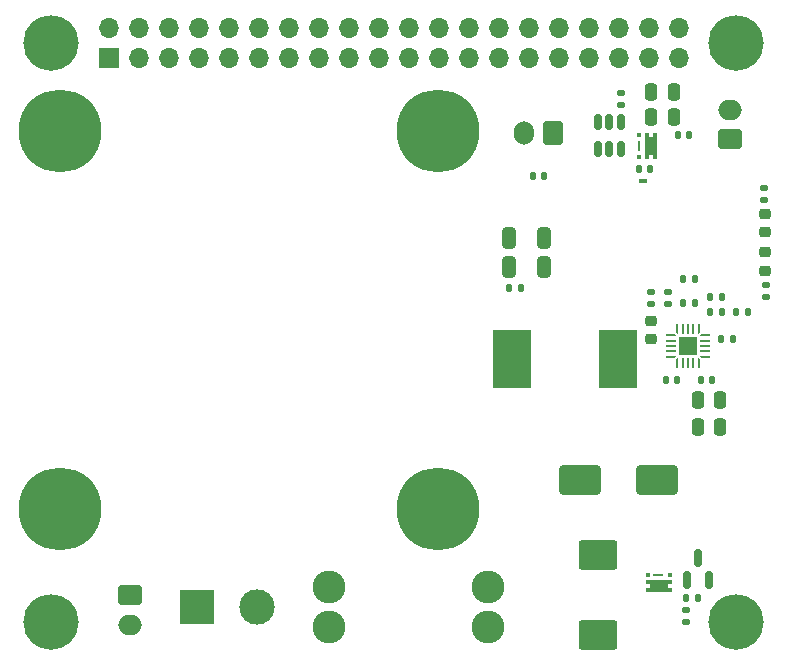
<source format=gbr>
%TF.GenerationSoftware,KiCad,Pcbnew,7.0.10*%
%TF.CreationDate,2024-02-02T17:20:01-06:00*%
%TF.ProjectId,ElectriPi,456c6563-7472-4695-9069-2e6b69636164,rev?*%
%TF.SameCoordinates,Original*%
%TF.FileFunction,Soldermask,Top*%
%TF.FilePolarity,Negative*%
%FSLAX46Y46*%
G04 Gerber Fmt 4.6, Leading zero omitted, Abs format (unit mm)*
G04 Created by KiCad (PCBNEW 7.0.10) date 2024-02-02 17:20:02*
%MOMM*%
%LPD*%
G01*
G04 APERTURE LIST*
G04 Aperture macros list*
%AMRoundRect*
0 Rectangle with rounded corners*
0 $1 Rounding radius*
0 $2 $3 $4 $5 $6 $7 $8 $9 X,Y pos of 4 corners*
0 Add a 4 corners polygon primitive as box body*
4,1,4,$2,$3,$4,$5,$6,$7,$8,$9,$2,$3,0*
0 Add four circle primitives for the rounded corners*
1,1,$1+$1,$2,$3*
1,1,$1+$1,$4,$5*
1,1,$1+$1,$6,$7*
1,1,$1+$1,$8,$9*
0 Add four rect primitives between the rounded corners*
20,1,$1+$1,$2,$3,$4,$5,0*
20,1,$1+$1,$4,$5,$6,$7,0*
20,1,$1+$1,$6,$7,$8,$9,0*
20,1,$1+$1,$8,$9,$2,$3,0*%
%AMFreePoly0*
4,1,15,1.100000,0.175000,0.750000,0.175000,0.750000,-0.175000,1.100000,-0.175000,1.100000,-0.475000,0.750000,-0.475000,-0.750000,-0.475000,-1.100000,-0.475000,-1.100000,-0.175000,-0.750000,-0.175000,-0.750000,0.175000,-1.100000,0.175000,-1.100000,0.475000,1.100000,0.475000,1.100000,0.175000,1.100000,0.175000,$1*%
%AMFreePoly1*
4,1,14,0.289644,0.110355,0.410355,-0.010356,0.425000,-0.045711,0.425000,-0.075000,0.410355,-0.110355,0.375000,-0.125000,-0.375000,-0.125000,-0.410355,-0.110355,-0.425000,-0.075000,-0.425000,0.075000,-0.410355,0.110355,-0.375000,0.125000,0.254289,0.125000,0.289644,0.110355,0.289644,0.110355,$1*%
%AMFreePoly2*
4,1,14,0.410355,0.110355,0.425000,0.075000,0.425000,0.045711,0.410355,0.010356,0.289644,-0.110355,0.254289,-0.125000,-0.375000,-0.125000,-0.410355,-0.110355,-0.425000,-0.075000,-0.425000,0.075000,-0.410355,0.110355,-0.375000,0.125000,0.375000,0.125000,0.410355,0.110355,0.410355,0.110355,$1*%
%AMFreePoly3*
4,1,14,0.110355,0.410355,0.125000,0.375000,0.125000,-0.375000,0.110355,-0.410355,0.075000,-0.425000,-0.075000,-0.425000,-0.110355,-0.410355,-0.125000,-0.375000,-0.125000,0.254289,-0.110355,0.289644,0.010356,0.410355,0.045711,0.425000,0.075000,0.425000,0.110355,0.410355,0.110355,0.410355,$1*%
%AMFreePoly4*
4,1,14,-0.010356,0.410355,0.110355,0.289644,0.125000,0.254289,0.125000,-0.375000,0.110355,-0.410355,0.075000,-0.425000,-0.075000,-0.425000,-0.110355,-0.410355,-0.125000,-0.375000,-0.125000,0.375000,-0.110355,0.410355,-0.075000,0.425000,-0.045711,0.425000,-0.010356,0.410355,-0.010356,0.410355,$1*%
%AMFreePoly5*
4,1,14,0.410355,0.110355,0.425000,0.075000,0.425000,-0.075000,0.410355,-0.110355,0.375000,-0.125000,-0.254289,-0.125000,-0.289644,-0.110355,-0.410355,0.010356,-0.425000,0.045711,-0.425000,0.075000,-0.410355,0.110355,-0.375000,0.125000,0.375000,0.125000,0.410355,0.110355,0.410355,0.110355,$1*%
%AMFreePoly6*
4,1,14,0.410355,0.110355,0.425000,0.075000,0.425000,-0.075000,0.410355,-0.110355,0.375000,-0.125000,-0.375000,-0.125000,-0.410355,-0.110355,-0.425000,-0.075000,-0.425000,-0.045711,-0.410355,-0.010356,-0.289644,0.110355,-0.254289,0.125000,0.375000,0.125000,0.410355,0.110355,0.410355,0.110355,$1*%
%AMFreePoly7*
4,1,14,0.110355,0.410355,0.125000,0.375000,0.125000,-0.254289,0.110355,-0.289644,-0.010356,-0.410355,-0.045711,-0.425000,-0.075000,-0.425000,-0.110355,-0.410355,-0.125000,-0.375000,-0.125000,0.375000,-0.110355,0.410355,-0.075000,0.425000,0.075000,0.425000,0.110355,0.410355,0.110355,0.410355,$1*%
%AMFreePoly8*
4,1,14,0.110355,0.410355,0.125000,0.375000,0.125000,-0.375000,0.110355,-0.410355,0.075000,-0.425000,0.045711,-0.425000,0.010356,-0.410355,-0.110355,-0.289644,-0.125000,-0.254289,-0.125000,0.375000,-0.110355,0.410355,-0.075000,0.425000,0.075000,0.425000,0.110355,0.410355,0.110355,0.410355,$1*%
G04 Aperture macros list end*
%ADD10RoundRect,0.250000X0.750000X-0.600000X0.750000X0.600000X-0.750000X0.600000X-0.750000X-0.600000X0*%
%ADD11O,2.000000X1.700000*%
%ADD12RoundRect,0.135000X-0.135000X-0.185000X0.135000X-0.185000X0.135000X0.185000X-0.135000X0.185000X0*%
%ADD13RoundRect,0.250000X-0.250000X-0.475000X0.250000X-0.475000X0.250000X0.475000X-0.250000X0.475000X0*%
%ADD14RoundRect,0.150000X0.150000X-0.587500X0.150000X0.587500X-0.150000X0.587500X-0.150000X-0.587500X0*%
%ADD15RoundRect,0.140000X-0.170000X0.140000X-0.170000X-0.140000X0.170000X-0.140000X0.170000X0.140000X0*%
%ADD16RoundRect,0.140000X0.140000X0.170000X-0.140000X0.170000X-0.140000X-0.170000X0.140000X-0.170000X0*%
%ADD17FreePoly0,270.000000*%
%ADD18R,0.300000X0.350000*%
%ADD19R,0.235000X0.870000*%
%ADD20RoundRect,0.135000X0.135000X0.185000X-0.135000X0.185000X-0.135000X-0.185000X0.135000X-0.185000X0*%
%ADD21C,4.700000*%
%ADD22RoundRect,0.140000X-0.140000X-0.170000X0.140000X-0.170000X0.140000X0.170000X-0.140000X0.170000X0*%
%ADD23RoundRect,0.050000X-0.100000X0.140000X-0.100000X-0.140000X0.100000X-0.140000X0.100000X0.140000X0*%
%ADD24RoundRect,0.250000X-0.750000X0.600000X-0.750000X-0.600000X0.750000X-0.600000X0.750000X0.600000X0*%
%ADD25R,3.000000X3.000000*%
%ADD26C,3.000000*%
%ADD27RoundRect,0.225000X0.250000X-0.225000X0.250000X0.225000X-0.250000X0.225000X-0.250000X-0.225000X0*%
%ADD28RoundRect,0.250000X0.325000X0.650000X-0.325000X0.650000X-0.325000X-0.650000X0.325000X-0.650000X0*%
%ADD29FreePoly0,180.000000*%
%ADD30R,0.350000X0.300000*%
%ADD31R,0.870000X0.235000*%
%ADD32RoundRect,0.135000X0.185000X-0.135000X0.185000X0.135000X-0.185000X0.135000X-0.185000X-0.135000X0*%
%ADD33RoundRect,0.250000X-1.400000X-1.000000X1.400000X-1.000000X1.400000X1.000000X-1.400000X1.000000X0*%
%ADD34FreePoly1,90.000000*%
%ADD35RoundRect,0.062500X0.062500X-0.362500X0.062500X0.362500X-0.062500X0.362500X-0.062500X-0.362500X0*%
%ADD36FreePoly2,90.000000*%
%ADD37FreePoly3,90.000000*%
%ADD38RoundRect,0.062500X0.362500X-0.062500X0.362500X0.062500X-0.362500X0.062500X-0.362500X-0.062500X0*%
%ADD39FreePoly4,90.000000*%
%ADD40FreePoly5,90.000000*%
%ADD41FreePoly6,90.000000*%
%ADD42FreePoly7,90.000000*%
%ADD43FreePoly8,90.000000*%
%ADD44R,1.600000X1.600000*%
%ADD45RoundRect,0.150000X-0.150000X0.512500X-0.150000X-0.512500X0.150000X-0.512500X0.150000X0.512500X0*%
%ADD46C,2.780000*%
%ADD47RoundRect,0.250000X1.500000X1.000000X-1.500000X1.000000X-1.500000X-1.000000X1.500000X-1.000000X0*%
%ADD48RoundRect,0.250000X0.600000X0.750000X-0.600000X0.750000X-0.600000X-0.750000X0.600000X-0.750000X0*%
%ADD49O,1.700000X2.000000*%
%ADD50RoundRect,0.135000X-0.185000X0.135000X-0.185000X-0.135000X0.185000X-0.135000X0.185000X0.135000X0*%
%ADD51RoundRect,0.218750X-0.256250X0.218750X-0.256250X-0.218750X0.256250X-0.218750X0.256250X0.218750X0*%
%ADD52C,7.000000*%
%ADD53RoundRect,0.218750X0.256250X-0.218750X0.256250X0.218750X-0.256250X0.218750X-0.256250X-0.218750X0*%
%ADD54R,3.175000X4.950000*%
%ADD55R,1.700000X1.700000*%
%ADD56O,1.700000X1.700000*%
G04 APERTURE END LIST*
D10*
%TO.C,J8*%
X146200000Y-64900000D03*
D11*
X146200000Y-62400000D03*
%TD*%
D12*
%TO.C,R11*%
X144490000Y-78250000D03*
X145510000Y-78250000D03*
%TD*%
D13*
%TO.C,C12*%
X139550000Y-60900000D03*
X141450000Y-60900000D03*
%TD*%
D14*
%TO.C,D4*%
X142550000Y-102187500D03*
X144450000Y-102187500D03*
X143500000Y-100312500D03*
%TD*%
D15*
%TO.C,C9*%
X137000000Y-61020000D03*
X137000000Y-61980000D03*
%TD*%
D16*
%TO.C,C8*%
X141730000Y-85300000D03*
X140770000Y-85300000D03*
%TD*%
D17*
%TO.C,Q2*%
X139500000Y-65450000D03*
D18*
X138525000Y-64525000D03*
D19*
X138525000Y-65490000D03*
D18*
X138525000Y-66375000D03*
%TD*%
D20*
%TO.C,R13*%
X143260000Y-76750000D03*
X142240000Y-76750000D03*
%TD*%
D21*
%TO.C,H2*%
X88750000Y-56750000D03*
%TD*%
D22*
%TO.C,C14*%
X129520000Y-68000000D03*
X130480000Y-68000000D03*
%TD*%
D23*
%TO.C,D6*%
X139050000Y-68450000D03*
X138650000Y-68450000D03*
%TD*%
D24*
%TO.C,J2*%
X95400000Y-103500000D03*
D11*
X95400000Y-106000000D03*
%TD*%
D25*
%TO.C,J1*%
X101060000Y-104500000D03*
D26*
X106140000Y-104500000D03*
%TD*%
D27*
%TO.C,C3*%
X139500000Y-81825000D03*
X139500000Y-80275000D03*
%TD*%
D12*
%TO.C,R14*%
X142240000Y-78800000D03*
X143260000Y-78800000D03*
%TD*%
D16*
%TO.C,C15*%
X142750000Y-64550000D03*
X141790000Y-64550000D03*
%TD*%
D28*
%TO.C,C5*%
X130475000Y-73250000D03*
X127525000Y-73250000D03*
%TD*%
D29*
%TO.C,Q1*%
X140175000Y-102725000D03*
D30*
X141100000Y-101750000D03*
D31*
X140135000Y-101750000D03*
D30*
X139250000Y-101750000D03*
%TD*%
D32*
%TO.C,R3*%
X142500000Y-105760000D03*
X142500000Y-104740000D03*
%TD*%
D33*
%TO.C,D1*%
X135000000Y-100100000D03*
X135000000Y-106900000D03*
%TD*%
D12*
%TO.C,R1*%
X146740000Y-79550000D03*
X147760000Y-79550000D03*
%TD*%
D13*
%TO.C,C11*%
X139550000Y-63000000D03*
X141450000Y-63000000D03*
%TD*%
D22*
%TO.C,C6*%
X143750000Y-85300000D03*
X144710000Y-85300000D03*
%TD*%
D32*
%TO.C,R5*%
X141000000Y-78810000D03*
X141000000Y-77790000D03*
%TD*%
D34*
%TO.C,IC2*%
X141750000Y-83850000D03*
D35*
X142200000Y-83850000D03*
X142650000Y-83850000D03*
X143100000Y-83850000D03*
D36*
X143550000Y-83850000D03*
D37*
X144100000Y-83300000D03*
D38*
X144100000Y-82850000D03*
X144100000Y-82400000D03*
X144100000Y-81950000D03*
D39*
X144100000Y-81500000D03*
D40*
X143550000Y-80950000D03*
D35*
X143100000Y-80950000D03*
X142650000Y-80950000D03*
X142200000Y-80950000D03*
D41*
X141750000Y-80950000D03*
D42*
X141200000Y-81500000D03*
D38*
X141200000Y-81950000D03*
X141200000Y-82400000D03*
X141200000Y-82850000D03*
D43*
X141200000Y-83300000D03*
D44*
X142650000Y-82400000D03*
%TD*%
D20*
%TO.C,R12*%
X146510000Y-81800000D03*
X145490000Y-81800000D03*
%TD*%
D28*
%TO.C,C4*%
X130475000Y-75750000D03*
X127525000Y-75750000D03*
%TD*%
D45*
%TO.C,U1*%
X136950000Y-63462500D03*
X136000000Y-63462500D03*
X135050000Y-63462500D03*
X135050000Y-65737500D03*
X136000000Y-65737500D03*
X136950000Y-65737500D03*
%TD*%
D32*
%TO.C,R6*%
X149100000Y-70010000D03*
X149100000Y-68990000D03*
%TD*%
D46*
%TO.C,F1*%
X112240000Y-102800000D03*
X112240000Y-106200000D03*
X125740000Y-102800000D03*
X125740000Y-106200000D03*
%TD*%
D47*
%TO.C,C18*%
X140000000Y-93750000D03*
X133500000Y-93750000D03*
%TD*%
D48*
%TO.C,J3*%
X131250000Y-64350000D03*
D49*
X128750000Y-64350000D03*
%TD*%
D13*
%TO.C,C1*%
X143500000Y-87000000D03*
X145400000Y-87000000D03*
%TD*%
D21*
%TO.C,H3*%
X146750000Y-56750000D03*
%TD*%
D16*
%TO.C,C7*%
X128480000Y-77500000D03*
X127520000Y-77500000D03*
%TD*%
D50*
%TO.C,R4*%
X139500000Y-77790000D03*
X139500000Y-78810000D03*
%TD*%
D13*
%TO.C,C2*%
X143500000Y-89250000D03*
X145400000Y-89250000D03*
%TD*%
D51*
%TO.C,D5*%
X149200000Y-74462500D03*
X149200000Y-76037500D03*
%TD*%
D52*
%TO.C,U2*%
X89500000Y-64200000D03*
X121500000Y-64200000D03*
X89500000Y-96200000D03*
X121500000Y-96200000D03*
%TD*%
D22*
%TO.C,C10*%
X138500000Y-67450000D03*
X139460000Y-67450000D03*
%TD*%
D53*
%TO.C,D3*%
X149200000Y-72787500D03*
X149200000Y-71212500D03*
%TD*%
D54*
%TO.C,L1*%
X136757500Y-83500000D03*
X127742500Y-83500000D03*
%TD*%
D50*
%TO.C,R8*%
X149250000Y-77240000D03*
X149250000Y-78260000D03*
%TD*%
D21*
%TO.C,H1*%
X146750000Y-105750000D03*
%TD*%
%TO.C,H4*%
X88750000Y-105750000D03*
%TD*%
D22*
%TO.C,C17*%
X142520000Y-103750000D03*
X143480000Y-103750000D03*
%TD*%
D20*
%TO.C,R7*%
X145510000Y-79550000D03*
X144490000Y-79550000D03*
%TD*%
D55*
%TO.C,J6*%
X93620000Y-58020000D03*
D56*
X93620000Y-55480000D03*
X96160000Y-58020000D03*
X96160000Y-55480000D03*
X98700000Y-58020000D03*
X98700000Y-55480000D03*
X101240000Y-58020000D03*
X101240000Y-55480000D03*
X103780000Y-58020000D03*
X103780000Y-55480000D03*
X106320000Y-58020000D03*
X106320000Y-55480000D03*
X108860000Y-58020000D03*
X108860000Y-55480000D03*
X111400000Y-58020000D03*
X111400000Y-55480000D03*
X113940000Y-58020000D03*
X113940000Y-55480000D03*
X116480000Y-58020000D03*
X116480000Y-55480000D03*
X119020000Y-58020000D03*
X119020000Y-55480000D03*
X121560000Y-58020000D03*
X121560000Y-55480000D03*
X124100000Y-58020000D03*
X124100000Y-55480000D03*
X126640000Y-58020000D03*
X126640000Y-55480000D03*
X129180000Y-58020000D03*
X129180000Y-55480000D03*
X131720000Y-58020000D03*
X131720000Y-55480000D03*
X134260000Y-58020000D03*
X134260000Y-55480000D03*
X136800000Y-58020000D03*
X136800000Y-55480000D03*
X139340000Y-58020000D03*
X139340000Y-55480000D03*
X141880000Y-58020000D03*
X141880000Y-55480000D03*
%TD*%
M02*

</source>
